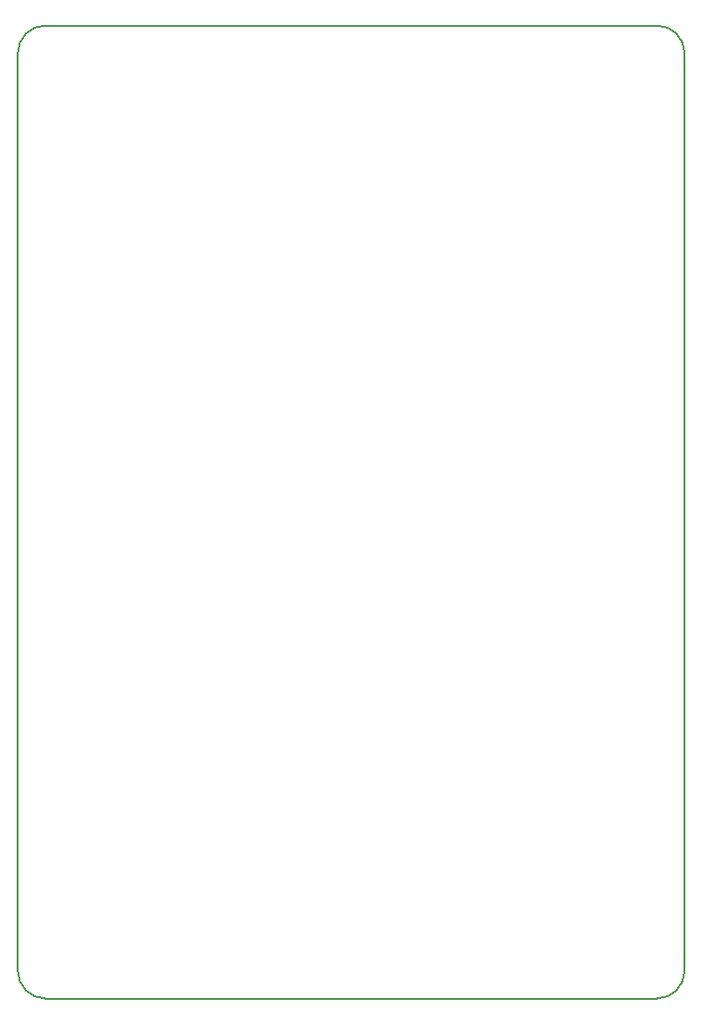
<source format=gbr>
%TF.GenerationSoftware,KiCad,Pcbnew,7.0.10-7.0.10~ubuntu22.04.1*%
%TF.CreationDate,2024-01-29T18:04:04-05:00*%
%TF.ProjectId,CoreIO,436f7265-494f-42e6-9b69-6361645f7063,rev?*%
%TF.SameCoordinates,Original*%
%TF.FileFunction,Profile,NP*%
%FSLAX46Y46*%
G04 Gerber Fmt 4.6, Leading zero omitted, Abs format (unit mm)*
G04 Created by KiCad (PCBNEW 7.0.10-7.0.10~ubuntu22.04.1) date 2024-01-29 18:04:04*
%MOMM*%
%LPD*%
G01*
G04 APERTURE LIST*
%TA.AperFunction,Profile*%
%ADD10C,0.200000*%
%TD*%
G04 APERTURE END LIST*
D10*
X119923940Y-139456705D02*
X175803940Y-139456705D01*
X117383940Y-53096705D02*
X117383940Y-136916705D01*
X175803940Y-50556705D02*
X119923940Y-50556705D01*
X178343940Y-136916705D02*
X178343940Y-53096705D01*
X178343895Y-53096705D02*
G75*
G03*
X175803940Y-50556705I-2539995J5D01*
G01*
X175803940Y-139456740D02*
G75*
G03*
X178343940Y-136916705I-40J2540040D01*
G01*
X119923940Y-50556740D02*
G75*
G03*
X117383940Y-53096705I-40J-2539960D01*
G01*
X117383895Y-136916705D02*
G75*
G03*
X119923940Y-139456705I2540005J5D01*
G01*
M02*

</source>
